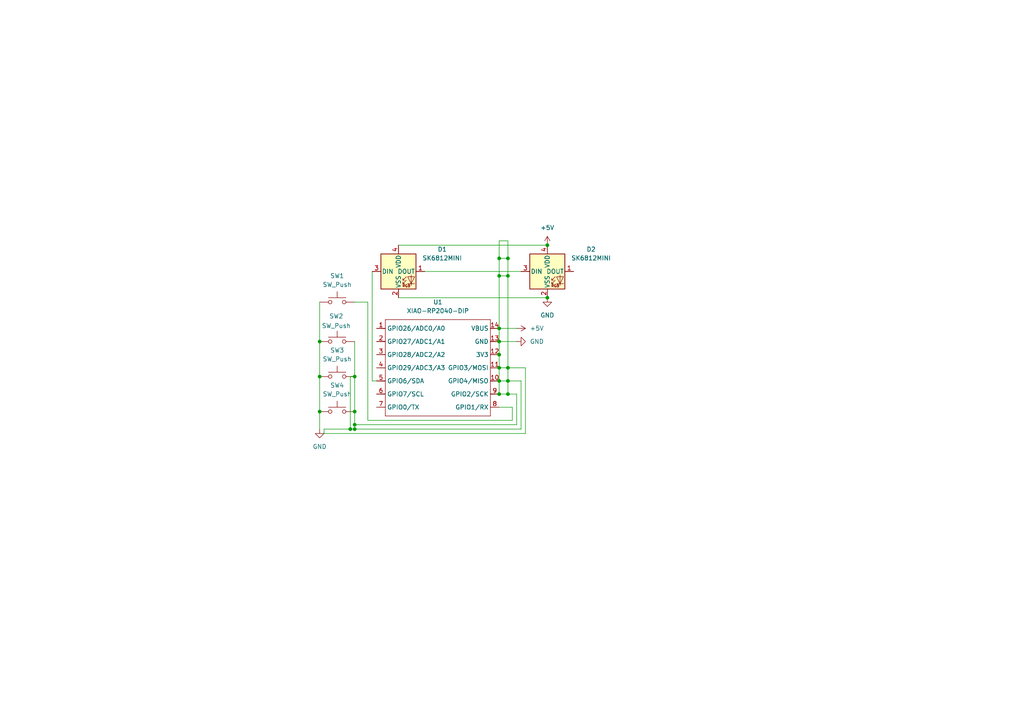
<source format=kicad_sch>
(kicad_sch
	(version 20250114)
	(generator "eeschema")
	(generator_version "9.0")
	(uuid "5ed17b2b-5433-4961-bdc4-827b472e3ea7")
	(paper "A4")
	(lib_symbols
		(symbol "LED:SK6812MINI"
			(pin_names
				(offset 0.254)
			)
			(exclude_from_sim no)
			(in_bom yes)
			(on_board yes)
			(property "Reference" "D"
				(at 5.08 5.715 0)
				(effects
					(font
						(size 1.27 1.27)
					)
					(justify right bottom)
				)
			)
			(property "Value" "SK6812MINI"
				(at 1.27 -5.715 0)
				(effects
					(font
						(size 1.27 1.27)
					)
					(justify left top)
				)
			)
			(property "Footprint" "LED_SMD:LED_SK6812MINI_PLCC4_3.5x3.5mm_P1.75mm"
				(at 1.27 -7.62 0)
				(effects
					(font
						(size 1.27 1.27)
					)
					(justify left top)
					(hide yes)
				)
			)
			(property "Datasheet" "https://cdn-shop.adafruit.com/product-files/2686/SK6812MINI_REV.01-1-2.pdf"
				(at 2.54 -9.525 0)
				(effects
					(font
						(size 1.27 1.27)
					)
					(justify left top)
					(hide yes)
				)
			)
			(property "Description" "RGB LED with integrated controller"
				(at 0 0 0)
				(effects
					(font
						(size 1.27 1.27)
					)
					(hide yes)
				)
			)
			(property "ki_keywords" "RGB LED NeoPixel Mini addressable"
				(at 0 0 0)
				(effects
					(font
						(size 1.27 1.27)
					)
					(hide yes)
				)
			)
			(property "ki_fp_filters" "LED*SK6812MINI*PLCC*3.5x3.5mm*P1.75mm*"
				(at 0 0 0)
				(effects
					(font
						(size 1.27 1.27)
					)
					(hide yes)
				)
			)
			(symbol "SK6812MINI_0_0"
				(text "RGB"
					(at 2.286 -4.191 0)
					(effects
						(font
							(size 0.762 0.762)
						)
					)
				)
			)
			(symbol "SK6812MINI_0_1"
				(polyline
					(pts
						(xy 1.27 -2.54) (xy 1.778 -2.54)
					)
					(stroke
						(width 0)
						(type default)
					)
					(fill
						(type none)
					)
				)
				(polyline
					(pts
						(xy 1.27 -3.556) (xy 1.778 -3.556)
					)
					(stroke
						(width 0)
						(type default)
					)
					(fill
						(type none)
					)
				)
				(polyline
					(pts
						(xy 2.286 -1.524) (xy 1.27 -2.54) (xy 1.27 -2.032)
					)
					(stroke
						(width 0)
						(type default)
					)
					(fill
						(type none)
					)
				)
				(polyline
					(pts
						(xy 2.286 -2.54) (xy 1.27 -3.556) (xy 1.27 -3.048)
					)
					(stroke
						(width 0)
						(type default)
					)
					(fill
						(type none)
					)
				)
				(polyline
					(pts
						(xy 3.683 -1.016) (xy 3.683 -3.556) (xy 3.683 -4.064)
					)
					(stroke
						(width 0)
						(type default)
					)
					(fill
						(type none)
					)
				)
				(polyline
					(pts
						(xy 4.699 -1.524) (xy 2.667 -1.524) (xy 3.683 -3.556) (xy 4.699 -1.524)
					)
					(stroke
						(width 0)
						(type default)
					)
					(fill
						(type none)
					)
				)
				(polyline
					(pts
						(xy 4.699 -3.556) (xy 2.667 -3.556)
					)
					(stroke
						(width 0)
						(type default)
					)
					(fill
						(type none)
					)
				)
				(rectangle
					(start 5.08 5.08)
					(end -5.08 -5.08)
					(stroke
						(width 0.254)
						(type default)
					)
					(fill
						(type background)
					)
				)
			)
			(symbol "SK6812MINI_1_1"
				(pin input line
					(at -7.62 0 0)
					(length 2.54)
					(name "DIN"
						(effects
							(font
								(size 1.27 1.27)
							)
						)
					)
					(number "3"
						(effects
							(font
								(size 1.27 1.27)
							)
						)
					)
				)
				(pin power_in line
					(at 0 7.62 270)
					(length 2.54)
					(name "VDD"
						(effects
							(font
								(size 1.27 1.27)
							)
						)
					)
					(number "4"
						(effects
							(font
								(size 1.27 1.27)
							)
						)
					)
				)
				(pin power_in line
					(at 0 -7.62 90)
					(length 2.54)
					(name "VSS"
						(effects
							(font
								(size 1.27 1.27)
							)
						)
					)
					(number "2"
						(effects
							(font
								(size 1.27 1.27)
							)
						)
					)
				)
				(pin output line
					(at 7.62 0 180)
					(length 2.54)
					(name "DOUT"
						(effects
							(font
								(size 1.27 1.27)
							)
						)
					)
					(number "1"
						(effects
							(font
								(size 1.27 1.27)
							)
						)
					)
				)
			)
			(embedded_fonts no)
		)
		(symbol "OPL:XIAO-RP2040-DIP"
			(exclude_from_sim no)
			(in_bom yes)
			(on_board yes)
			(property "Reference" "U"
				(at 0 0 0)
				(effects
					(font
						(size 1.27 1.27)
					)
				)
			)
			(property "Value" "XIAO-RP2040-DIP"
				(at 5.334 -1.778 0)
				(effects
					(font
						(size 1.27 1.27)
					)
				)
			)
			(property "Footprint" "Module:MOUDLE14P-XIAO-DIP-SMD"
				(at 14.478 -32.258 0)
				(effects
					(font
						(size 1.27 1.27)
					)
					(hide yes)
				)
			)
			(property "Datasheet" ""
				(at 0 0 0)
				(effects
					(font
						(size 1.27 1.27)
					)
					(hide yes)
				)
			)
			(property "Description" ""
				(at 0 0 0)
				(effects
					(font
						(size 1.27 1.27)
					)
					(hide yes)
				)
			)
			(symbol "XIAO-RP2040-DIP_1_0"
				(polyline
					(pts
						(xy -1.27 -2.54) (xy 29.21 -2.54)
					)
					(stroke
						(width 0.1524)
						(type solid)
					)
					(fill
						(type none)
					)
				)
				(polyline
					(pts
						(xy -1.27 -5.08) (xy -2.54 -5.08)
					)
					(stroke
						(width 0.1524)
						(type solid)
					)
					(fill
						(type none)
					)
				)
				(polyline
					(pts
						(xy -1.27 -5.08) (xy -1.27 -2.54)
					)
					(stroke
						(width 0.1524)
						(type solid)
					)
					(fill
						(type none)
					)
				)
				(polyline
					(pts
						(xy -1.27 -8.89) (xy -2.54 -8.89)
					)
					(stroke
						(width 0.1524)
						(type solid)
					)
					(fill
						(type none)
					)
				)
				(polyline
					(pts
						(xy -1.27 -8.89) (xy -1.27 -5.08)
					)
					(stroke
						(width 0.1524)
						(type solid)
					)
					(fill
						(type none)
					)
				)
				(polyline
					(pts
						(xy -1.27 -12.7) (xy -2.54 -12.7)
					)
					(stroke
						(width 0.1524)
						(type solid)
					)
					(fill
						(type none)
					)
				)
				(polyline
					(pts
						(xy -1.27 -12.7) (xy -1.27 -8.89)
					)
					(stroke
						(width 0.1524)
						(type solid)
					)
					(fill
						(type none)
					)
				)
				(polyline
					(pts
						(xy -1.27 -16.51) (xy -2.54 -16.51)
					)
					(stroke
						(width 0.1524)
						(type solid)
					)
					(fill
						(type none)
					)
				)
				(polyline
					(pts
						(xy -1.27 -16.51) (xy -1.27 -12.7)
					)
					(stroke
						(width 0.1524)
						(type solid)
					)
					(fill
						(type none)
					)
				)
				(polyline
					(pts
						(xy -1.27 -20.32) (xy -2.54 -20.32)
					)
					(stroke
						(width 0.1524)
						(type solid)
					)
					(fill
						(type none)
					)
				)
				(polyline
					(pts
						(xy -1.27 -24.13) (xy -2.54 -24.13)
					)
					(stroke
						(width 0.1524)
						(type solid)
					)
					(fill
						(type none)
					)
				)
				(polyline
					(pts
						(xy -1.27 -27.94) (xy -2.54 -27.94)
					)
					(stroke
						(width 0.1524)
						(type solid)
					)
					(fill
						(type none)
					)
				)
				(polyline
					(pts
						(xy -1.27 -30.48) (xy -1.27 -16.51)
					)
					(stroke
						(width 0.1524)
						(type solid)
					)
					(fill
						(type none)
					)
				)
				(polyline
					(pts
						(xy 29.21 -2.54) (xy 29.21 -5.08)
					)
					(stroke
						(width 0.1524)
						(type solid)
					)
					(fill
						(type none)
					)
				)
				(polyline
					(pts
						(xy 29.21 -5.08) (xy 29.21 -8.89)
					)
					(stroke
						(width 0.1524)
						(type solid)
					)
					(fill
						(type none)
					)
				)
				(polyline
					(pts
						(xy 29.21 -8.89) (xy 29.21 -12.7)
					)
					(stroke
						(width 0.1524)
						(type solid)
					)
					(fill
						(type none)
					)
				)
				(polyline
					(pts
						(xy 29.21 -12.7) (xy 29.21 -30.48)
					)
					(stroke
						(width 0.1524)
						(type solid)
					)
					(fill
						(type none)
					)
				)
				(polyline
					(pts
						(xy 29.21 -30.48) (xy -1.27 -30.48)
					)
					(stroke
						(width 0.1524)
						(type solid)
					)
					(fill
						(type none)
					)
				)
				(polyline
					(pts
						(xy 30.48 -5.08) (xy 29.21 -5.08)
					)
					(stroke
						(width 0.1524)
						(type solid)
					)
					(fill
						(type none)
					)
				)
				(polyline
					(pts
						(xy 30.48 -8.89) (xy 29.21 -8.89)
					)
					(stroke
						(width 0.1524)
						(type solid)
					)
					(fill
						(type none)
					)
				)
				(polyline
					(pts
						(xy 30.48 -12.7) (xy 29.21 -12.7)
					)
					(stroke
						(width 0.1524)
						(type solid)
					)
					(fill
						(type none)
					)
				)
				(polyline
					(pts
						(xy 30.48 -16.51) (xy 29.21 -16.51)
					)
					(stroke
						(width 0.1524)
						(type solid)
					)
					(fill
						(type none)
					)
				)
				(polyline
					(pts
						(xy 30.48 -20.32) (xy 29.21 -20.32)
					)
					(stroke
						(width 0.1524)
						(type solid)
					)
					(fill
						(type none)
					)
				)
				(polyline
					(pts
						(xy 30.48 -24.13) (xy 29.21 -24.13)
					)
					(stroke
						(width 0.1524)
						(type solid)
					)
					(fill
						(type none)
					)
				)
				(polyline
					(pts
						(xy 30.48 -27.94) (xy 29.21 -27.94)
					)
					(stroke
						(width 0.1524)
						(type solid)
					)
					(fill
						(type none)
					)
				)
				(pin passive line
					(at -3.81 -5.08 0)
					(length 2.54)
					(name "GPIO26/ADC0/A0"
						(effects
							(font
								(size 1.27 1.27)
							)
						)
					)
					(number "1"
						(effects
							(font
								(size 1.27 1.27)
							)
						)
					)
				)
				(pin passive line
					(at -3.81 -8.89 0)
					(length 2.54)
					(name "GPIO27/ADC1/A1"
						(effects
							(font
								(size 1.27 1.27)
							)
						)
					)
					(number "2"
						(effects
							(font
								(size 1.27 1.27)
							)
						)
					)
				)
				(pin passive line
					(at -3.81 -12.7 0)
					(length 2.54)
					(name "GPIO28/ADC2/A2"
						(effects
							(font
								(size 1.27 1.27)
							)
						)
					)
					(number "3"
						(effects
							(font
								(size 1.27 1.27)
							)
						)
					)
				)
				(pin passive line
					(at -3.81 -16.51 0)
					(length 2.54)
					(name "GPIO29/ADC3/A3"
						(effects
							(font
								(size 1.27 1.27)
							)
						)
					)
					(number "4"
						(effects
							(font
								(size 1.27 1.27)
							)
						)
					)
				)
				(pin passive line
					(at -3.81 -20.32 0)
					(length 2.54)
					(name "GPIO6/SDA"
						(effects
							(font
								(size 1.27 1.27)
							)
						)
					)
					(number "5"
						(effects
							(font
								(size 1.27 1.27)
							)
						)
					)
				)
				(pin passive line
					(at -3.81 -24.13 0)
					(length 2.54)
					(name "GPIO7/SCL"
						(effects
							(font
								(size 1.27 1.27)
							)
						)
					)
					(number "6"
						(effects
							(font
								(size 1.27 1.27)
							)
						)
					)
				)
				(pin passive line
					(at -3.81 -27.94 0)
					(length 2.54)
					(name "GPIO0/TX"
						(effects
							(font
								(size 1.27 1.27)
							)
						)
					)
					(number "7"
						(effects
							(font
								(size 1.27 1.27)
							)
						)
					)
				)
				(pin passive line
					(at 31.75 -5.08 180)
					(length 2.54)
					(name "VBUS"
						(effects
							(font
								(size 1.27 1.27)
							)
						)
					)
					(number "14"
						(effects
							(font
								(size 1.27 1.27)
							)
						)
					)
				)
				(pin passive line
					(at 31.75 -8.89 180)
					(length 2.54)
					(name "GND"
						(effects
							(font
								(size 1.27 1.27)
							)
						)
					)
					(number "13"
						(effects
							(font
								(size 1.27 1.27)
							)
						)
					)
				)
				(pin passive line
					(at 31.75 -12.7 180)
					(length 2.54)
					(name "3V3"
						(effects
							(font
								(size 1.27 1.27)
							)
						)
					)
					(number "12"
						(effects
							(font
								(size 1.27 1.27)
							)
						)
					)
				)
				(pin passive line
					(at 31.75 -16.51 180)
					(length 2.54)
					(name "GPIO3/MOSI"
						(effects
							(font
								(size 1.27 1.27)
							)
						)
					)
					(number "11"
						(effects
							(font
								(size 1.27 1.27)
							)
						)
					)
				)
				(pin passive line
					(at 31.75 -20.32 180)
					(length 2.54)
					(name "GPIO4/MISO"
						(effects
							(font
								(size 1.27 1.27)
							)
						)
					)
					(number "10"
						(effects
							(font
								(size 1.27 1.27)
							)
						)
					)
				)
				(pin passive line
					(at 31.75 -24.13 180)
					(length 2.54)
					(name "GPIO2/SCK"
						(effects
							(font
								(size 1.27 1.27)
							)
						)
					)
					(number "9"
						(effects
							(font
								(size 1.27 1.27)
							)
						)
					)
				)
				(pin passive line
					(at 31.75 -27.94 180)
					(length 2.54)
					(name "GPIO1/RX"
						(effects
							(font
								(size 1.27 1.27)
							)
						)
					)
					(number "8"
						(effects
							(font
								(size 1.27 1.27)
							)
						)
					)
				)
			)
			(embedded_fonts no)
		)
		(symbol "Switch:SW_Push"
			(pin_numbers
				(hide yes)
			)
			(pin_names
				(offset 1.016)
				(hide yes)
			)
			(exclude_from_sim no)
			(in_bom yes)
			(on_board yes)
			(property "Reference" "SW"
				(at 1.27 2.54 0)
				(effects
					(font
						(size 1.27 1.27)
					)
					(justify left)
				)
			)
			(property "Value" "SW_Push"
				(at 0 -1.524 0)
				(effects
					(font
						(size 1.27 1.27)
					)
				)
			)
			(property "Footprint" ""
				(at 0 5.08 0)
				(effects
					(font
						(size 1.27 1.27)
					)
					(hide yes)
				)
			)
			(property "Datasheet" "~"
				(at 0 5.08 0)
				(effects
					(font
						(size 1.27 1.27)
					)
					(hide yes)
				)
			)
			(property "Description" "Push button switch, generic, two pins"
				(at 0 0 0)
				(effects
					(font
						(size 1.27 1.27)
					)
					(hide yes)
				)
			)
			(property "ki_keywords" "switch normally-open pushbutton push-button"
				(at 0 0 0)
				(effects
					(font
						(size 1.27 1.27)
					)
					(hide yes)
				)
			)
			(symbol "SW_Push_0_1"
				(circle
					(center -2.032 0)
					(radius 0.508)
					(stroke
						(width 0)
						(type default)
					)
					(fill
						(type none)
					)
				)
				(polyline
					(pts
						(xy 0 1.27) (xy 0 3.048)
					)
					(stroke
						(width 0)
						(type default)
					)
					(fill
						(type none)
					)
				)
				(circle
					(center 2.032 0)
					(radius 0.508)
					(stroke
						(width 0)
						(type default)
					)
					(fill
						(type none)
					)
				)
				(polyline
					(pts
						(xy 2.54 1.27) (xy -2.54 1.27)
					)
					(stroke
						(width 0)
						(type default)
					)
					(fill
						(type none)
					)
				)
				(pin passive line
					(at -5.08 0 0)
					(length 2.54)
					(name "1"
						(effects
							(font
								(size 1.27 1.27)
							)
						)
					)
					(number "1"
						(effects
							(font
								(size 1.27 1.27)
							)
						)
					)
				)
				(pin passive line
					(at 5.08 0 180)
					(length 2.54)
					(name "2"
						(effects
							(font
								(size 1.27 1.27)
							)
						)
					)
					(number "2"
						(effects
							(font
								(size 1.27 1.27)
							)
						)
					)
				)
			)
			(embedded_fonts no)
		)
		(symbol "power:+5V"
			(power)
			(pin_numbers
				(hide yes)
			)
			(pin_names
				(offset 0)
				(hide yes)
			)
			(exclude_from_sim no)
			(in_bom yes)
			(on_board yes)
			(property "Reference" "#PWR"
				(at 0 -3.81 0)
				(effects
					(font
						(size 1.27 1.27)
					)
					(hide yes)
				)
			)
			(property "Value" "+5V"
				(at 0 3.556 0)
				(effects
					(font
						(size 1.27 1.27)
					)
				)
			)
			(property "Footprint" ""
				(at 0 0 0)
				(effects
					(font
						(size 1.27 1.27)
					)
					(hide yes)
				)
			)
			(property "Datasheet" ""
				(at 0 0 0)
				(effects
					(font
						(size 1.27 1.27)
					)
					(hide yes)
				)
			)
			(property "Description" "Power symbol creates a global label with name \"+5V\""
				(at 0 0 0)
				(effects
					(font
						(size 1.27 1.27)
					)
					(hide yes)
				)
			)
			(property "ki_keywords" "global power"
				(at 0 0 0)
				(effects
					(font
						(size 1.27 1.27)
					)
					(hide yes)
				)
			)
			(symbol "+5V_0_1"
				(polyline
					(pts
						(xy -0.762 1.27) (xy 0 2.54)
					)
					(stroke
						(width 0)
						(type default)
					)
					(fill
						(type none)
					)
				)
				(polyline
					(pts
						(xy 0 2.54) (xy 0.762 1.27)
					)
					(stroke
						(width 0)
						(type default)
					)
					(fill
						(type none)
					)
				)
				(polyline
					(pts
						(xy 0 0) (xy 0 2.54)
					)
					(stroke
						(width 0)
						(type default)
					)
					(fill
						(type none)
					)
				)
			)
			(symbol "+5V_1_1"
				(pin power_in line
					(at 0 0 90)
					(length 0)
					(name "~"
						(effects
							(font
								(size 1.27 1.27)
							)
						)
					)
					(number "1"
						(effects
							(font
								(size 1.27 1.27)
							)
						)
					)
				)
			)
			(embedded_fonts no)
		)
		(symbol "power:GND"
			(power)
			(pin_numbers
				(hide yes)
			)
			(pin_names
				(offset 0)
				(hide yes)
			)
			(exclude_from_sim no)
			(in_bom yes)
			(on_board yes)
			(property "Reference" "#PWR"
				(at 0 -6.35 0)
				(effects
					(font
						(size 1.27 1.27)
					)
					(hide yes)
				)
			)
			(property "Value" "GND"
				(at 0 -3.81 0)
				(effects
					(font
						(size 1.27 1.27)
					)
				)
			)
			(property "Footprint" ""
				(at 0 0 0)
				(effects
					(font
						(size 1.27 1.27)
					)
					(hide yes)
				)
			)
			(property "Datasheet" ""
				(at 0 0 0)
				(effects
					(font
						(size 1.27 1.27)
					)
					(hide yes)
				)
			)
			(property "Description" "Power symbol creates a global label with name \"GND\" , ground"
				(at 0 0 0)
				(effects
					(font
						(size 1.27 1.27)
					)
					(hide yes)
				)
			)
			(property "ki_keywords" "global power"
				(at 0 0 0)
				(effects
					(font
						(size 1.27 1.27)
					)
					(hide yes)
				)
			)
			(symbol "GND_0_1"
				(polyline
					(pts
						(xy 0 0) (xy 0 -1.27) (xy 1.27 -1.27) (xy 0 -2.54) (xy -1.27 -1.27) (xy 0 -1.27)
					)
					(stroke
						(width 0)
						(type default)
					)
					(fill
						(type none)
					)
				)
			)
			(symbol "GND_1_1"
				(pin power_in line
					(at 0 0 270)
					(length 0)
					(name "~"
						(effects
							(font
								(size 1.27 1.27)
							)
						)
					)
					(number "1"
						(effects
							(font
								(size 1.27 1.27)
							)
						)
					)
				)
			)
			(embedded_fonts no)
		)
	)
	(junction
		(at 147.32 106.68)
		(diameter 0)
		(color 0 0 0 0)
		(uuid "0bcf1c63-e54a-4181-aefd-904031d7feec")
	)
	(junction
		(at 144.78 114.3)
		(diameter 0)
		(color 0 0 0 0)
		(uuid "0d32fc88-a025-44cb-9fd9-cd425e9b7215")
	)
	(junction
		(at 102.87 124.46)
		(diameter 0)
		(color 0 0 0 0)
		(uuid "284ae325-49ab-432c-bb6b-8e29a17fb365")
	)
	(junction
		(at 144.78 95.25)
		(diameter 0)
		(color 0 0 0 0)
		(uuid "47105b7a-c5f3-4792-ad0a-44cfa5712e5c")
	)
	(junction
		(at 144.78 106.68)
		(diameter 0)
		(color 0 0 0 0)
		(uuid "49650ad5-f844-4714-926a-16019b15ee58")
	)
	(junction
		(at 144.78 99.06)
		(diameter 0)
		(color 0 0 0 0)
		(uuid "5cfefe63-a0fd-4c7d-b68e-4a8fffde4b71")
	)
	(junction
		(at 101.6 124.46)
		(diameter 0)
		(color 0 0 0 0)
		(uuid "863a79d1-c8c6-4e03-9648-dfc0ac210e4a")
	)
	(junction
		(at 92.71 109.22)
		(diameter 0)
		(color 0 0 0 0)
		(uuid "983ff5fe-302b-4955-9ff6-92a5c4b39565")
	)
	(junction
		(at 92.71 99.06)
		(diameter 0)
		(color 0 0 0 0)
		(uuid "a50ca1e6-7100-4c72-be70-ac092d02071f")
	)
	(junction
		(at 158.75 71.12)
		(diameter 0)
		(color 0 0 0 0)
		(uuid "a78ce191-84b4-47f8-bcae-6110e7cad089")
	)
	(junction
		(at 144.78 102.87)
		(diameter 0)
		(color 0 0 0 0)
		(uuid "af186514-04c3-4cf8-b11b-5a0ec49638a6")
	)
	(junction
		(at 147.32 110.49)
		(diameter 0)
		(color 0 0 0 0)
		(uuid "b3ce6aa8-2564-46db-adc6-0880c95b8a16")
	)
	(junction
		(at 102.87 119.38)
		(diameter 0)
		(color 0 0 0 0)
		(uuid "c83acfae-fb0c-4e13-8d02-2dd1e2447c84")
	)
	(junction
		(at 147.32 74.93)
		(diameter 0)
		(color 0 0 0 0)
		(uuid "d019623f-ff12-4c14-b906-0c30c70b5be0")
	)
	(junction
		(at 147.32 114.3)
		(diameter 0)
		(color 0 0 0 0)
		(uuid "d3a17f44-f034-4bdf-a106-97be8d4bcec5")
	)
	(junction
		(at 92.71 119.38)
		(diameter 0)
		(color 0 0 0 0)
		(uuid "dc3fc6ae-26aa-4d72-b9bc-6792b3352b5e")
	)
	(junction
		(at 144.78 74.93)
		(diameter 0)
		(color 0 0 0 0)
		(uuid "dc950f1b-96c7-4799-8b7b-e388e49f3841")
	)
	(junction
		(at 102.87 109.22)
		(diameter 0)
		(color 0 0 0 0)
		(uuid "e7fa6050-6e0d-4571-b3e5-3daa3a44bb15")
	)
	(junction
		(at 144.78 110.49)
		(diameter 0)
		(color 0 0 0 0)
		(uuid "ea023b67-a88f-403b-aa64-86584ee6d6b9")
	)
	(junction
		(at 144.78 80.01)
		(diameter 0)
		(color 0 0 0 0)
		(uuid "ec49669c-d34d-4589-b05a-1fe5fc8842cd")
	)
	(junction
		(at 147.32 80.01)
		(diameter 0)
		(color 0 0 0 0)
		(uuid "f10ac9dd-63d7-4d79-b758-04bea96c3c72")
	)
	(junction
		(at 102.87 123.19)
		(diameter 0)
		(color 0 0 0 0)
		(uuid "f225d09a-d503-451e-b623-a2d47bf889e9")
	)
	(junction
		(at 158.75 86.36)
		(diameter 0)
		(color 0 0 0 0)
		(uuid "f2415f50-731d-442b-a9b4-d8b53acb0ebc")
	)
	(wire
		(pts
			(xy 144.78 80.01) (xy 144.78 74.93)
		)
		(stroke
			(width 0)
			(type default)
		)
		(uuid "0ac9632b-bcab-45c9-ae14-50569e7dae26")
	)
	(wire
		(pts
			(xy 151.13 124.46) (xy 151.13 110.49)
		)
		(stroke
			(width 0)
			(type default)
		)
		(uuid "0d98fe0b-061c-431a-8192-54ccfe942678")
	)
	(wire
		(pts
			(xy 144.78 80.01) (xy 147.32 80.01)
		)
		(stroke
			(width 0)
			(type default)
		)
		(uuid "179cb20c-f477-4d9a-ac6e-221394b803cb")
	)
	(wire
		(pts
			(xy 102.87 124.46) (xy 102.87 123.19)
		)
		(stroke
			(width 0)
			(type default)
		)
		(uuid "1ac1ca54-8696-4abf-a711-1992f476cf3f")
	)
	(wire
		(pts
			(xy 144.78 110.49) (xy 147.32 110.49)
		)
		(stroke
			(width 0)
			(type default)
		)
		(uuid "1f42ba99-68e6-494d-b3b0-e8fc7a9c438b")
	)
	(wire
		(pts
			(xy 144.78 110.49) (xy 144.78 106.68)
		)
		(stroke
			(width 0)
			(type default)
		)
		(uuid "24f5d229-f1ce-438c-a80d-fc35ff9e9ddf")
	)
	(wire
		(pts
			(xy 143.51 106.68) (xy 144.78 106.68)
		)
		(stroke
			(width 0)
			(type default)
		)
		(uuid "2fc09ca6-af0f-485f-bde3-6c5dcfb6895e")
	)
	(wire
		(pts
			(xy 144.78 69.85) (xy 147.32 69.85)
		)
		(stroke
			(width 0)
			(type default)
		)
		(uuid "30e1511c-43fe-4bad-bf99-d6703d468bfc")
	)
	(wire
		(pts
			(xy 102.87 123.19) (xy 149.86 123.19)
		)
		(stroke
			(width 0)
			(type default)
		)
		(uuid "362e31b1-2fea-4e47-812d-6300b24b8d20")
	)
	(wire
		(pts
			(xy 93.98 125.73) (xy 152.4 125.73)
		)
		(stroke
			(width 0)
			(type default)
		)
		(uuid "368cd856-b94d-47f3-aa5a-49cb78186b0c")
	)
	(wire
		(pts
			(xy 144.78 106.68) (xy 147.32 106.68)
		)
		(stroke
			(width 0)
			(type default)
		)
		(uuid "3a4fe4b5-53ec-4300-819a-1d1f62c87460")
	)
	(wire
		(pts
			(xy 102.87 124.46) (xy 151.13 124.46)
		)
		(stroke
			(width 0)
			(type default)
		)
		(uuid "3ec6cb55-7294-4a66-b97b-24478a2208f4")
	)
	(wire
		(pts
			(xy 151.13 110.49) (xy 147.32 110.49)
		)
		(stroke
			(width 0)
			(type default)
		)
		(uuid "49d7f558-e9f9-4f61-aeb2-cd5680e70fc5")
	)
	(wire
		(pts
			(xy 144.78 102.87) (xy 144.78 99.06)
		)
		(stroke
			(width 0)
			(type default)
		)
		(uuid "4c0d8c11-4082-4bb4-8303-b4c5078daeec")
	)
	(wire
		(pts
			(xy 92.71 87.63) (xy 92.71 99.06)
		)
		(stroke
			(width 0)
			(type default)
		)
		(uuid "4e9cb857-3540-4545-841f-8d236cb077e0")
	)
	(wire
		(pts
			(xy 144.78 99.06) (xy 144.78 95.25)
		)
		(stroke
			(width 0)
			(type default)
		)
		(uuid "51b44201-842f-4d3a-af27-e73da90669b3")
	)
	(wire
		(pts
			(xy 93.98 124.46) (xy 101.6 124.46)
		)
		(stroke
			(width 0)
			(type default)
		)
		(uuid "53331ba7-b7c9-41f7-81fe-1c285fb1108d")
	)
	(wire
		(pts
			(xy 148.59 121.92) (xy 148.59 118.11)
		)
		(stroke
			(width 0)
			(type default)
		)
		(uuid "5826b0d7-4d1b-4605-abb4-74ca41b302b1")
	)
	(wire
		(pts
			(xy 147.32 74.93) (xy 147.32 80.01)
		)
		(stroke
			(width 0)
			(type default)
		)
		(uuid "584b09a9-2c2e-4d89-ae0f-1ea400002d88")
	)
	(wire
		(pts
			(xy 106.68 121.92) (xy 148.59 121.92)
		)
		(stroke
			(width 0)
			(type default)
		)
		(uuid "5aab0b12-e851-4c54-a6c8-c0a8219b2fd9")
	)
	(wire
		(pts
			(xy 102.87 119.38) (xy 102.87 123.19)
		)
		(stroke
			(width 0)
			(type default)
		)
		(uuid "6ae54a3c-c9be-4509-8086-8b8fae5a53ea")
	)
	(wire
		(pts
			(xy 144.78 114.3) (xy 144.78 110.49)
		)
		(stroke
			(width 0)
			(type default)
		)
		(uuid "6b0e1155-51ae-432b-910d-b2d25009ec18")
	)
	(wire
		(pts
			(xy 115.57 71.12) (xy 158.75 71.12)
		)
		(stroke
			(width 0)
			(type default)
		)
		(uuid "6b57197f-859f-49db-aeb5-ac735b83ba76")
	)
	(wire
		(pts
			(xy 115.57 86.36) (xy 158.75 86.36)
		)
		(stroke
			(width 0)
			(type default)
		)
		(uuid "6cd629cc-76f8-4f00-aa6c-a7ba4694aff1")
	)
	(wire
		(pts
			(xy 147.32 69.85) (xy 147.32 74.93)
		)
		(stroke
			(width 0)
			(type default)
		)
		(uuid "6d252e8f-b00d-48a3-a319-30ce96953bfc")
	)
	(wire
		(pts
			(xy 101.6 109.22) (xy 102.87 109.22)
		)
		(stroke
			(width 0)
			(type default)
		)
		(uuid "6ec7da1d-847c-49a9-a9d4-5fcb831281f1")
	)
	(wire
		(pts
			(xy 144.78 95.25) (xy 144.78 80.01)
		)
		(stroke
			(width 0)
			(type default)
		)
		(uuid "72f165a3-dcaf-4041-a095-8b28f4576e6f")
	)
	(wire
		(pts
			(xy 152.4 106.68) (xy 147.32 106.68)
		)
		(stroke
			(width 0)
			(type default)
		)
		(uuid "738180a3-44af-4e54-be52-23189010cbbe")
	)
	(wire
		(pts
			(xy 152.4 125.73) (xy 152.4 106.68)
		)
		(stroke
			(width 0)
			(type default)
		)
		(uuid "75243139-10bf-4dc9-98c6-603d2bc9ee29")
	)
	(wire
		(pts
			(xy 144.78 74.93) (xy 144.78 69.85)
		)
		(stroke
			(width 0)
			(type default)
		)
		(uuid "77840342-0f03-4015-b6dd-18b45bbbb9df")
	)
	(wire
		(pts
			(xy 147.32 110.49) (xy 147.32 114.3)
		)
		(stroke
			(width 0)
			(type default)
		)
		(uuid "7dbca794-a44b-412f-9440-5e18411a8a3f")
	)
	(wire
		(pts
			(xy 92.71 99.06) (xy 92.71 109.22)
		)
		(stroke
			(width 0)
			(type default)
		)
		(uuid "8101c5c4-349c-4a72-89f8-65693b11cb6c")
	)
	(wire
		(pts
			(xy 102.87 99.06) (xy 102.87 109.22)
		)
		(stroke
			(width 0)
			(type default)
		)
		(uuid "816633c0-baac-47c0-bf1e-f4c09e606b16")
	)
	(wire
		(pts
			(xy 92.71 119.38) (xy 92.71 124.46)
		)
		(stroke
			(width 0)
			(type default)
		)
		(uuid "85f730f3-82fc-4395-b387-e988a9c11ff0")
	)
	(wire
		(pts
			(xy 144.78 99.06) (xy 149.86 99.06)
		)
		(stroke
			(width 0)
			(type default)
		)
		(uuid "86050589-54f3-47a7-ae49-c21bc645d777")
	)
	(wire
		(pts
			(xy 147.32 80.01) (xy 147.32 106.68)
		)
		(stroke
			(width 0)
			(type default)
		)
		(uuid "9385a8b0-8ba5-460c-9fb7-50cb1317dab2")
	)
	(wire
		(pts
			(xy 144.78 114.3) (xy 147.32 114.3)
		)
		(stroke
			(width 0)
			(type default)
		)
		(uuid "9564e881-06f8-4a6b-9b14-1f510a2ddb54")
	)
	(wire
		(pts
			(xy 149.86 123.19) (xy 149.86 114.3)
		)
		(stroke
			(width 0)
			(type default)
		)
		(uuid "9d56fea4-ebcd-43fe-89be-a881437c498b")
	)
	(wire
		(pts
			(xy 123.19 78.74) (xy 151.13 78.74)
		)
		(stroke
			(width 0)
			(type default)
		)
		(uuid "9ee54d22-1402-4f88-afb2-da909b84585e")
	)
	(wire
		(pts
			(xy 107.95 110.49) (xy 109.22 110.49)
		)
		(stroke
			(width 0)
			(type default)
		)
		(uuid "a32c66b8-142b-4a72-90be-b7bf0f841a49")
	)
	(wire
		(pts
			(xy 101.6 109.22) (xy 101.6 124.46)
		)
		(stroke
			(width 0)
			(type default)
		)
		(uuid "a70705d1-821a-4bf8-914a-46d5c49bee07")
	)
	(wire
		(pts
			(xy 144.78 95.25) (xy 149.86 95.25)
		)
		(stroke
			(width 0)
			(type default)
		)
		(uuid "b1b3341c-76fd-4f07-a81b-3b897db01726")
	)
	(wire
		(pts
			(xy 101.6 124.46) (xy 102.87 124.46)
		)
		(stroke
			(width 0)
			(type default)
		)
		(uuid "cf9a44a1-ba8e-457b-8ab9-7558c8ee6217")
	)
	(wire
		(pts
			(xy 107.95 110.49) (xy 107.95 78.74)
		)
		(stroke
			(width 0)
			(type default)
		)
		(uuid "d1e7bf15-208d-468b-845d-e3f53c3c6ba0")
	)
	(wire
		(pts
			(xy 92.71 109.22) (xy 92.71 119.38)
		)
		(stroke
			(width 0)
			(type default)
		)
		(uuid "d24a0b5a-2618-45d9-9109-9ea868ecf25c")
	)
	(wire
		(pts
			(xy 106.68 87.63) (xy 106.68 121.92)
		)
		(stroke
			(width 0)
			(type default)
		)
		(uuid "d619a0d0-ee08-4dc4-95dc-d3f2f2cdc84d")
	)
	(wire
		(pts
			(xy 144.78 106.68) (xy 144.78 102.87)
		)
		(stroke
			(width 0)
			(type default)
		)
		(uuid "d6ae75f3-65ae-43e8-89c0-01b95cc5a0f4")
	)
	(wire
		(pts
			(xy 144.78 74.93) (xy 147.32 74.93)
		)
		(stroke
			(width 0)
			(type default)
		)
		(uuid "d6b6756c-0db7-4259-bed0-e5a501f19731")
	)
	(wire
		(pts
			(xy 147.32 106.68) (xy 147.32 110.49)
		)
		(stroke
			(width 0)
			(type default)
		)
		(uuid "d8ca3e1d-1ffc-422a-8a27-6a02813917e1")
	)
	(wire
		(pts
			(xy 102.87 87.63) (xy 106.68 87.63)
		)
		(stroke
			(width 0)
			(type default)
		)
		(uuid "e2cf79e3-462c-43eb-adac-cc9ade60a525")
	)
	(wire
		(pts
			(xy 147.32 114.3) (xy 149.86 114.3)
		)
		(stroke
			(width 0)
			(type default)
		)
		(uuid "e5fc3d06-3c26-4627-91ae-94a07e3f36cd")
	)
	(wire
		(pts
			(xy 93.98 124.46) (xy 93.98 125.73)
		)
		(stroke
			(width 0)
			(type default)
		)
		(uuid "e6af4385-d636-4e51-a502-83481b101830")
	)
	(wire
		(pts
			(xy 148.59 118.11) (xy 144.78 118.11)
		)
		(stroke
			(width 0)
			(type default)
		)
		(uuid "ede4c57f-eb1a-4d66-9c6e-88a654afcd1f")
	)
	(wire
		(pts
			(xy 102.87 109.22) (xy 102.87 119.38)
		)
		(stroke
			(width 0)
			(type default)
		)
		(uuid "ef2085c8-8335-4827-862a-e8c7f9f3bfc7")
	)
	(symbol
		(lib_id "power:GND")
		(at 158.75 86.36 0)
		(unit 1)
		(exclude_from_sim no)
		(in_bom yes)
		(on_board yes)
		(dnp no)
		(fields_autoplaced yes)
		(uuid "38c141cb-d0e9-4aa2-b3d6-b323fd1be90d")
		(property "Reference" "#PWR02"
			(at 158.75 92.71 0)
			(effects
				(font
					(size 1.27 1.27)
				)
				(hide yes)
			)
		)
		(property "Value" "GND"
			(at 158.75 91.44 0)
			(effects
				(font
					(size 1.27 1.27)
				)
			)
		)
		(property "Footprint" ""
			(at 158.75 86.36 0)
			(effects
				(font
					(size 1.27 1.27)
				)
				(hide yes)
			)
		)
		(property "Datasheet" ""
			(at 158.75 86.36 0)
			(effects
				(font
					(size 1.27 1.27)
				)
				(hide yes)
			)
		)
		(property "Description" "Power symbol creates a global label with name \"GND\" , ground"
			(at 158.75 86.36 0)
			(effects
				(font
					(size 1.27 1.27)
				)
				(hide yes)
			)
		)
		(pin "1"
			(uuid "d210c378-d678-42b6-95c3-bf1245a4e8a5")
		)
		(instances
			(project ""
				(path "/5ed17b2b-5433-4961-bdc4-827b472e3ea7"
					(reference "#PWR02")
					(unit 1)
				)
			)
		)
	)
	(symbol
		(lib_id "LED:SK6812MINI")
		(at 115.57 78.74 0)
		(unit 1)
		(exclude_from_sim no)
		(in_bom yes)
		(on_board yes)
		(dnp no)
		(fields_autoplaced yes)
		(uuid "683117ae-e041-42c9-82eb-adec06a83ecb")
		(property "Reference" "D1"
			(at 128.27 72.3198 0)
			(effects
				(font
					(size 1.27 1.27)
				)
			)
		)
		(property "Value" "SK6812MINI"
			(at 128.27 74.8598 0)
			(effects
				(font
					(size 1.27 1.27)
				)
			)
		)
		(property "Footprint" "LED_SMD:LED_SK6812MINI_PLCC4_3.5x3.5mm_P1.75mm"
			(at 116.84 86.36 0)
			(effects
				(font
					(size 1.27 1.27)
				)
				(justify left top)
				(hide yes)
			)
		)
		(property "Datasheet" "https://cdn-shop.adafruit.com/product-files/2686/SK6812MINI_REV.01-1-2.pdf"
			(at 118.11 88.265 0)
			(effects
				(font
					(size 1.27 1.27)
				)
				(justify left top)
				(hide yes)
			)
		)
		(property "Description" "RGB LED with integrated controller"
			(at 115.57 78.74 0)
			(effects
				(font
					(size 1.27 1.27)
				)
				(hide yes)
			)
		)
		(pin "2"
			(uuid "1eea3548-a218-4046-9a9f-f467dbe60c00")
		)
		(pin "4"
			(uuid "cdf4251e-0836-4687-9d8d-0fb7dccf5738")
		)
		(pin "1"
			(uuid "941040c8-ca20-4178-8888-eeb623c8a064")
		)
		(pin "3"
			(uuid "4c82ad0d-f4cf-4b36-bec6-ea93bd3210d4")
		)
		(instances
			(project ""
				(path "/5ed17b2b-5433-4961-bdc4-827b472e3ea7"
					(reference "D1")
					(unit 1)
				)
			)
		)
	)
	(symbol
		(lib_id "Switch:SW_Push")
		(at 97.79 119.38 0)
		(unit 1)
		(exclude_from_sim no)
		(in_bom yes)
		(on_board yes)
		(dnp no)
		(fields_autoplaced yes)
		(uuid "7366486b-276d-439b-8f13-79577cbfa688")
		(property "Reference" "SW4"
			(at 97.79 111.76 0)
			(effects
				(font
					(size 1.27 1.27)
				)
			)
		)
		(property "Value" "SW_Push"
			(at 97.79 114.3 0)
			(effects
				(font
					(size 1.27 1.27)
				)
			)
		)
		(property "Footprint" "Button_Switch_Keyboard:SW_Cherry_MX_1.00u_PCB"
			(at 97.79 114.3 0)
			(effects
				(font
					(size 1.27 1.27)
				)
				(hide yes)
			)
		)
		(property "Datasheet" "~"
			(at 97.79 114.3 0)
			(effects
				(font
					(size 1.27 1.27)
				)
				(hide yes)
			)
		)
		(property "Description" "Push button switch, generic, two pins"
			(at 97.79 119.38 0)
			(effects
				(font
					(size 1.27 1.27)
				)
				(hide yes)
			)
		)
		(pin "2"
			(uuid "099ed4fa-371a-4309-9c4c-3a66e188fbff")
		)
		(pin "1"
			(uuid "2df95304-1315-455b-9ce2-87900ffd502e")
		)
		(instances
			(project ""
				(path "/5ed17b2b-5433-4961-bdc4-827b472e3ea7"
					(reference "SW4")
					(unit 1)
				)
			)
		)
	)
	(symbol
		(lib_id "power:GND")
		(at 149.86 99.06 90)
		(unit 1)
		(exclude_from_sim no)
		(in_bom yes)
		(on_board yes)
		(dnp no)
		(fields_autoplaced yes)
		(uuid "7ee03712-c110-42da-bfc2-6c099eab983d")
		(property "Reference" "#PWR04"
			(at 156.21 99.06 0)
			(effects
				(font
					(size 1.27 1.27)
				)
				(hide yes)
			)
		)
		(property "Value" "GND"
			(at 153.67 99.0599 90)
			(effects
				(font
					(size 1.27 1.27)
				)
				(justify right)
			)
		)
		(property "Footprint" ""
			(at 149.86 99.06 0)
			(effects
				(font
					(size 1.27 1.27)
				)
				(hide yes)
			)
		)
		(property "Datasheet" ""
			(at 149.86 99.06 0)
			(effects
				(font
					(size 1.27 1.27)
				)
				(hide yes)
			)
		)
		(property "Description" "Power symbol creates a global label with name \"GND\" , ground"
			(at 149.86 99.06 0)
			(effects
				(font
					(size 1.27 1.27)
				)
				(hide yes)
			)
		)
		(pin "1"
			(uuid "4a041566-8446-4e21-8e90-fdca689a743f")
		)
		(instances
			(project ""
				(path "/5ed17b2b-5433-4961-bdc4-827b472e3ea7"
					(reference "#PWR04")
					(unit 1)
				)
			)
		)
	)
	(symbol
		(lib_id "power:+5V")
		(at 158.75 71.12 0)
		(unit 1)
		(exclude_from_sim no)
		(in_bom yes)
		(on_board yes)
		(dnp no)
		(fields_autoplaced yes)
		(uuid "8108f04a-4a55-4463-9ff1-5a1fed491650")
		(property "Reference" "#PWR01"
			(at 158.75 74.93 0)
			(effects
				(font
					(size 1.27 1.27)
				)
				(hide yes)
			)
		)
		(property "Value" "+5V"
			(at 158.75 66.04 0)
			(effects
				(font
					(size 1.27 1.27)
				)
			)
		)
		(property "Footprint" ""
			(at 158.75 71.12 0)
			(effects
				(font
					(size 1.27 1.27)
				)
				(hide yes)
			)
		)
		(property "Datasheet" ""
			(at 158.75 71.12 0)
			(effects
				(font
					(size 1.27 1.27)
				)
				(hide yes)
			)
		)
		(property "Description" "Power symbol creates a global label with name \"+5V\""
			(at 158.75 71.12 0)
			(effects
				(font
					(size 1.27 1.27)
				)
				(hide yes)
			)
		)
		(pin "1"
			(uuid "f91a7c0e-b279-4a24-a47b-c37815f341ca")
		)
		(instances
			(project ""
				(path "/5ed17b2b-5433-4961-bdc4-827b472e3ea7"
					(reference "#PWR01")
					(unit 1)
				)
			)
		)
	)
	(symbol
		(lib_id "Switch:SW_Push")
		(at 97.79 87.63 0)
		(unit 1)
		(exclude_from_sim no)
		(in_bom yes)
		(on_board yes)
		(dnp no)
		(fields_autoplaced yes)
		(uuid "a1290d8a-b31e-4703-a9d8-14d727ced924")
		(property "Reference" "SW1"
			(at 97.79 80.01 0)
			(effects
				(font
					(size 1.27 1.27)
				)
			)
		)
		(property "Value" "SW_Push"
			(at 97.79 82.55 0)
			(effects
				(font
					(size 1.27 1.27)
				)
			)
		)
		(property "Footprint" "Button_Switch_Keyboard:SW_Cherry_MX_1.00u_PCB"
			(at 97.79 82.55 0)
			(effects
				(font
					(size 1.27 1.27)
				)
				(hide yes)
			)
		)
		(property "Datasheet" "~"
			(at 97.79 82.55 0)
			(effects
				(font
					(size 1.27 1.27)
				)
				(hide yes)
			)
		)
		(property "Description" "Push button switch, generic, two pins"
			(at 97.79 87.63 0)
			(effects
				(font
					(size 1.27 1.27)
				)
				(hide yes)
			)
		)
		(pin "2"
			(uuid "051715dd-45db-4ee1-95bd-0bdce57265dd")
		)
		(pin "1"
			(uuid "0ab8a367-39ab-4f92-8c86-2d6f96e223f7")
		)
		(instances
			(project ""
				(path "/5ed17b2b-5433-4961-bdc4-827b472e3ea7"
					(reference "SW1")
					(unit 1)
				)
			)
		)
	)
	(symbol
		(lib_id "Switch:SW_Push")
		(at 97.79 109.22 0)
		(unit 1)
		(exclude_from_sim no)
		(in_bom yes)
		(on_board yes)
		(dnp no)
		(fields_autoplaced yes)
		(uuid "c3d11987-c4a6-45de-8dc8-7398d2869032")
		(property "Reference" "SW3"
			(at 97.79 101.6 0)
			(effects
				(font
					(size 1.27 1.27)
				)
			)
		)
		(property "Value" "SW_Push"
			(at 97.79 104.14 0)
			(effects
				(font
					(size 1.27 1.27)
				)
			)
		)
		(property "Footprint" "Button_Switch_Keyboard:SW_Cherry_MX_1.00u_PCB"
			(at 97.79 104.14 0)
			(effects
				(font
					(size 1.27 1.27)
				)
				(hide yes)
			)
		)
		(property "Datasheet" "~"
			(at 97.79 104.14 0)
			(effects
				(font
					(size 1.27 1.27)
				)
				(hide yes)
			)
		)
		(property "Description" "Push button switch, generic, two pins"
			(at 97.79 109.22 0)
			(effects
				(font
					(size 1.27 1.27)
				)
				(hide yes)
			)
		)
		(pin "1"
			(uuid "48d3d7e4-dc0d-40ba-aabb-1a2df5c18613")
		)
		(pin "2"
			(uuid "ec2b2365-c0c3-437e-b8d6-393528fd340d")
		)
		(instances
			(project ""
				(path "/5ed17b2b-5433-4961-bdc4-827b472e3ea7"
					(reference "SW3")
					(unit 1)
				)
			)
		)
	)
	(symbol
		(lib_id "OPL:XIAO-RP2040-DIP")
		(at 113.03 90.17 0)
		(unit 1)
		(exclude_from_sim no)
		(in_bom yes)
		(on_board yes)
		(dnp no)
		(uuid "c72b1a03-68d3-46e8-80c6-350420dbda0a")
		(property "Reference" "U1"
			(at 127 87.63 0)
			(effects
				(font
					(size 1.27 1.27)
				)
			)
		)
		(property "Value" "XIAO-RP2040-DIP"
			(at 127 90.17 0)
			(effects
				(font
					(size 1.27 1.27)
				)
			)
		)
		(property "Footprint" "OPL:XIAO-RP2040-DIP"
			(at 127.508 122.428 0)
			(effects
				(font
					(size 1.27 1.27)
				)
				(hide yes)
			)
		)
		(property "Datasheet" ""
			(at 113.03 90.17 0)
			(effects
				(font
					(size 1.27 1.27)
				)
				(hide yes)
			)
		)
		(property "Description" ""
			(at 113.03 90.17 0)
			(effects
				(font
					(size 1.27 1.27)
				)
				(hide yes)
			)
		)
		(pin "2"
			(uuid "71251858-c596-46e1-b9e2-c0bc4eea78e5")
		)
		(pin "3"
			(uuid "9c41e047-94a8-44d4-ad84-4fcdb3041ee6")
		)
		(pin "1"
			(uuid "d3acba12-3586-4b9d-8401-715bddd293b4")
		)
		(pin "4"
			(uuid "f3b03485-1e39-4621-9bec-00ee836a9b59")
		)
		(pin "14"
			(uuid "86b66425-6ba0-4d1a-91ea-c5a7eadd1d20")
		)
		(pin "6"
			(uuid "33d933bf-4dc0-49e3-8bae-79e3f183b238")
		)
		(pin "7"
			(uuid "baa404fa-1961-416b-8cb9-932ffcfb7ec7")
		)
		(pin "13"
			(uuid "ad32c4cd-bd6b-4ead-8463-a8788524a28b")
		)
		(pin "5"
			(uuid "380bb9f3-2338-4e18-925c-1017bd5e542d")
		)
		(pin "12"
			(uuid "cab98056-2ce9-492a-b89f-f6acf2e68fc2")
		)
		(pin "8"
			(uuid "3ced8fe0-5514-4547-85f9-b146cfe7706e")
		)
		(pin "11"
			(uuid "9131a0f5-3266-45d5-9a9c-fbbc14184f23")
		)
		(pin "9"
			(uuid "d3a04104-cf67-4245-8385-46d5b0d2b875")
		)
		(pin "10"
			(uuid "c07a285b-77da-43d8-8efb-86543cc27301")
		)
		(instances
			(project ""
				(path "/5ed17b2b-5433-4961-bdc4-827b472e3ea7"
					(reference "U1")
					(unit 1)
				)
			)
		)
	)
	(symbol
		(lib_id "power:+5V")
		(at 149.86 95.25 270)
		(unit 1)
		(exclude_from_sim no)
		(in_bom yes)
		(on_board yes)
		(dnp no)
		(fields_autoplaced yes)
		(uuid "d366625b-a668-460a-9325-e49a4270c03c")
		(property "Reference" "#PWR05"
			(at 146.05 95.25 0)
			(effects
				(font
					(size 1.27 1.27)
				)
				(hide yes)
			)
		)
		(property "Value" "+5V"
			(at 153.67 95.2499 90)
			(effects
				(font
					(size 1.27 1.27)
				)
				(justify left)
			)
		)
		(property "Footprint" ""
			(at 149.86 95.25 0)
			(effects
				(font
					(size 1.27 1.27)
				)
				(hide yes)
			)
		)
		(property "Datasheet" ""
			(at 149.86 95.25 0)
			(effects
				(font
					(size 1.27 1.27)
				)
				(hide yes)
			)
		)
		(property "Description" "Power symbol creates a global label with name \"+5V\""
			(at 149.86 95.25 0)
			(effects
				(font
					(size 1.27 1.27)
				)
				(hide yes)
			)
		)
		(pin "1"
			(uuid "6fa73b37-0acf-4e5d-a2f7-06fb36f3624b")
		)
		(instances
			(project ""
				(path "/5ed17b2b-5433-4961-bdc4-827b472e3ea7"
					(reference "#PWR05")
					(unit 1)
				)
			)
		)
	)
	(symbol
		(lib_id "Switch:SW_Push")
		(at 97.79 99.06 0)
		(unit 1)
		(exclude_from_sim no)
		(in_bom yes)
		(on_board yes)
		(dnp no)
		(uuid "e700d6ae-26cb-45a4-8112-a919a8f22e62")
		(property "Reference" "SW2"
			(at 97.536 91.694 0)
			(effects
				(font
					(size 1.27 1.27)
				)
			)
		)
		(property "Value" "SW_Push"
			(at 97.536 94.488 0)
			(effects
				(font
					(size 1.27 1.27)
				)
			)
		)
		(property "Footprint" "Button_Switch_Keyboard:SW_Cherry_MX_1.00u_PCB"
			(at 97.79 93.98 0)
			(effects
				(font
					(size 1.27 1.27)
				)
				(hide yes)
			)
		)
		(property "Datasheet" "~"
			(at 97.79 93.98 0)
			(effects
				(font
					(size 1.27 1.27)
				)
				(hide yes)
			)
		)
		(property "Description" "Push button switch, generic, two pins"
			(at 97.79 99.06 0)
			(effects
				(font
					(size 1.27 1.27)
				)
				(hide yes)
			)
		)
		(pin "1"
			(uuid "f56bbcc8-e03f-434d-bbb3-840d8b6612ae")
		)
		(pin "2"
			(uuid "1cc742d9-5549-4574-a254-95baab6e0e25")
		)
		(instances
			(project ""
				(path "/5ed17b2b-5433-4961-bdc4-827b472e3ea7"
					(reference "SW2")
					(unit 1)
				)
			)
		)
	)
	(symbol
		(lib_id "power:GND")
		(at 92.71 124.46 0)
		(unit 1)
		(exclude_from_sim no)
		(in_bom yes)
		(on_board yes)
		(dnp no)
		(fields_autoplaced yes)
		(uuid "edc93223-0e97-46d3-a7e8-12383ebd7e15")
		(property "Reference" "#PWR03"
			(at 92.71 130.81 0)
			(effects
				(font
					(size 1.27 1.27)
				)
				(hide yes)
			)
		)
		(property "Value" "GND"
			(at 92.71 129.54 0)
			(effects
				(font
					(size 1.27 1.27)
				)
			)
		)
		(property "Footprint" ""
			(at 92.71 124.46 0)
			(effects
				(font
					(size 1.27 1.27)
				)
				(hide yes)
			)
		)
		(property "Datasheet" ""
			(at 92.71 124.46 0)
			(effects
				(font
					(size 1.27 1.27)
				)
				(hide yes)
			)
		)
		(property "Description" "Power symbol creates a global label with name \"GND\" , ground"
			(at 92.71 124.46 0)
			(effects
				(font
					(size 1.27 1.27)
				)
				(hide yes)
			)
		)
		(pin "1"
			(uuid "c37dbe9c-a2a8-47ab-a7ec-fbe02484d7ec")
		)
		(instances
			(project ""
				(path "/5ed17b2b-5433-4961-bdc4-827b472e3ea7"
					(reference "#PWR03")
					(unit 1)
				)
			)
		)
	)
	(symbol
		(lib_id "LED:SK6812MINI")
		(at 158.75 78.74 0)
		(unit 1)
		(exclude_from_sim no)
		(in_bom yes)
		(on_board yes)
		(dnp no)
		(fields_autoplaced yes)
		(uuid "ff293591-7939-4239-ad10-e04b53d36dc0")
		(property "Reference" "D2"
			(at 171.45 72.3198 0)
			(effects
				(font
					(size 1.27 1.27)
				)
			)
		)
		(property "Value" "SK6812MINI"
			(at 171.45 74.8598 0)
			(effects
				(font
					(size 1.27 1.27)
				)
			)
		)
		(property "Footprint" "LED_SMD:LED_SK6812MINI_PLCC4_3.5x3.5mm_P1.75mm"
			(at 160.02 86.36 0)
			(effects
				(font
					(size 1.27 1.27)
				)
				(justify left top)
				(hide yes)
			)
		)
		(property "Datasheet" "https://cdn-shop.adafruit.com/product-files/2686/SK6812MINI_REV.01-1-2.pdf"
			(at 161.29 88.265 0)
			(effects
				(font
					(size 1.27 1.27)
				)
				(justify left top)
				(hide yes)
			)
		)
		(property "Description" "RGB LED with integrated controller"
			(at 158.75 78.74 0)
			(effects
				(font
					(size 1.27 1.27)
				)
				(hide yes)
			)
		)
		(pin "4"
			(uuid "8e647160-f9dd-4ea3-b2ea-f522e627b068")
		)
		(pin "3"
			(uuid "bb3b26b7-0796-4693-b8c7-8351aee38659")
		)
		(pin "2"
			(uuid "598425b4-5ac5-403d-ba8b-195206a80f3a")
		)
		(pin "1"
			(uuid "1a4fd5c0-7c4b-4c35-9e04-de4cb77e8d8e")
		)
		(instances
			(project ""
				(path "/5ed17b2b-5433-4961-bdc4-827b472e3ea7"
					(reference "D2")
					(unit 1)
				)
			)
		)
	)
	(sheet_instances
		(path "/"
			(page "1")
		)
	)
	(embedded_fonts no)
)

</source>
